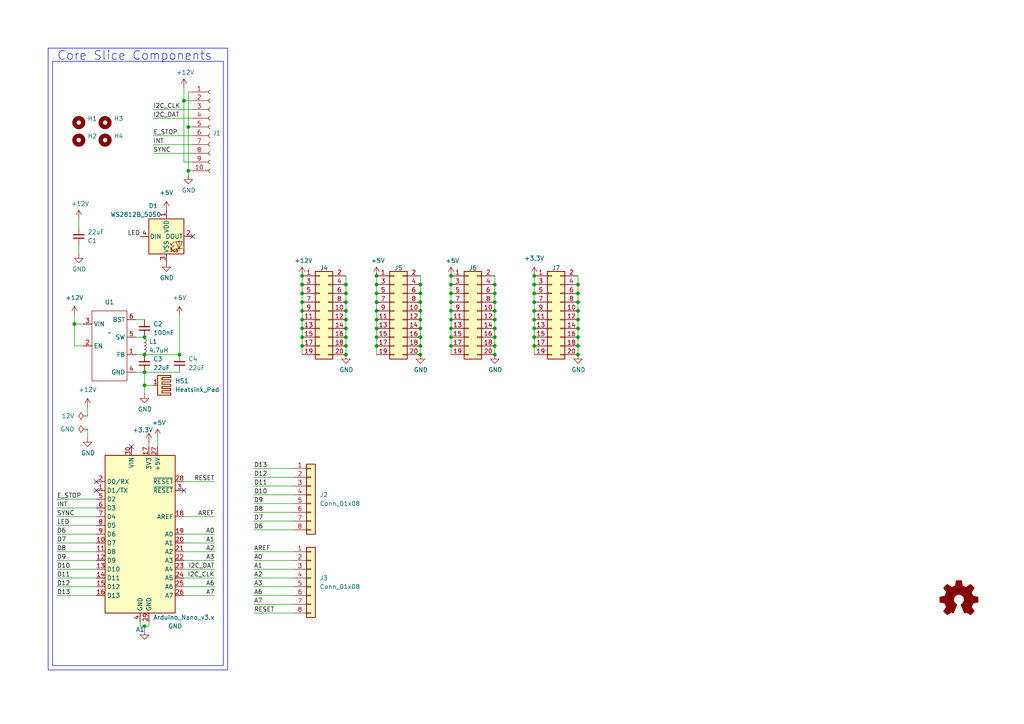
<source format=kicad_sch>
(kicad_sch (version 20250114) (generator "eeschema") (generator_version "9.0")
  (paper "A4")
  (lib_symbols
    (symbol "Connector:Conn_01x10_Female" (pin_names (offset 1.016) (hide yes))
      (property "Reference" "J" (at 0 12.7 0))
      (property "Value" "Conn_01x10_Female" (at 0 -15.24 0))
      (symbol "Conn_01x10_Female_1_1"
        (polyline (pts (xy -1.27 10.16) (xy -0.508 10.16)) (stroke (width 0.1524)))
        (polyline (pts (xy -1.27 7.62) (xy -0.508 7.62)) (stroke (width 0.1524)))
        (polyline (pts (xy -1.27 5.08) (xy -0.508 5.08)) (stroke (width 0.1524)))
        (polyline (pts (xy -1.27 2.54) (xy -0.508 2.54)) (stroke (width 0.1524)))
        (polyline (pts (xy -1.27 0) (xy -0.508 0)) (stroke (width 0.1524)))
        (polyline (pts (xy -1.27 -2.54) (xy -0.508 -2.54)) (stroke (width 0.1524)))
        (polyline (pts (xy -1.27 -5.08) (xy -0.508 -5.08)) (stroke (width 0.1524)))
        (polyline (pts (xy -1.27 -7.62) (xy -0.508 -7.62)) (stroke (width 0.1524)))
        (polyline (pts (xy -1.27 -10.16) (xy -0.508 -10.16)) (stroke (width 0.1524)))
        (polyline (pts (xy -1.27 -12.7) (xy -0.508 -12.7)) (stroke (width 0.1524)))
        (arc (start 0 9.652) (mid -0.5058 10.16) (end 0 10.668) (stroke (width 0.1524)))
        (arc (start 0 7.112) (mid -0.5058 7.62) (end 0 8.128) (stroke (width 0.1524)))
        (arc (start 0 4.572) (mid -0.5058 5.08) (end 0 5.588) (stroke (width 0.1524)))
        (arc (start 0 2.032) (mid -0.5058 2.54) (end 0 3.048) (stroke (width 0.1524)))
        (arc (start 0 -0.508) (mid -0.5058 0) (end 0 0.508) (stroke (width 0.1524)))
        (arc (start 0 -3.048) (mid -0.5058 -2.54) (end 0 -2.032) (stroke (width 0.1524)))
        (arc (start 0 -5.588) (mid -0.5058 -5.08) (end 0 -4.572) (stroke (width 0.1524)))
        (arc (start 0 -8.128) (mid -0.5058 -7.62) (end 0 -7.112) (stroke (width 0.1524)))
        (arc (start 0 -10.668) (mid -0.5058 -10.16) (end 0 -9.652) (stroke (width 0.1524)))
        (arc (start 0 -13.208) (mid -0.5058 -12.7) (end 0 -12.192) (stroke (width 0.1524)))
        (pin passive line (at -5.08 10.16 0) (length 3.81) (name "Pin_1") (number "1"))
        (pin passive line (at -5.08 7.62 0) (length 3.81) (name "Pin_2") (number "2"))
        (pin passive line (at -5.08 5.08 0) (length 3.81) (name "Pin_3") (number "3"))
        (pin passive line (at -5.08 2.54 0) (length 3.81) (name "Pin_4") (number "4"))
        (pin passive line (at -5.08 0 0) (length 3.81) (name "Pin_5") (number "5"))
        (pin passive line (at -5.08 -2.54 0) (length 3.81) (name "Pin_6") (number "6"))
        (pin passive line (at -5.08 -5.08 0) (length 3.81) (name "Pin_7") (number "7"))
        (pin passive line (at -5.08 -7.62 0) (length 3.81) (name "Pin_8") (number "8"))
        (pin passive line (at -5.08 -10.16 0) (length 3.81) (name "Pin_9") (number "9"))
        (pin passive line (at -5.08 -12.7 0) (length 3.81) (name "Pin_10") (number "10"))
      )
    )
    (symbol "Connector_Generic:Conn_01x08" (pin_names (offset 1.016) (hide yes))
      (property "Reference" "J" (at 0 10.16 0))
      (property "Value" "Conn_01x08" (at 0 -12.7 0))
      (symbol "Conn_01x08_1_1"
        (rectangle (start -1.27 8.89) (end 1.27 -11.43) (stroke (width 0.254)) (fill (type background)))
        (rectangle (start -1.27 7.747) (end 0 7.493) (stroke (width 0.1524)))
        (rectangle (start -1.27 5.207) (end 0 4.953) (stroke (width 0.1524)))
        (rectangle (start -1.27 2.667) (end 0 2.413) (stroke (width 0.1524)))
        (rectangle (start -1.27 0.127) (end 0 -0.127) (stroke (width 0.1524)))
        (rectangle (start -1.27 -2.413) (end 0 -2.667) (stroke (width 0.1524)))
        (rectangle (start -1.27 -4.953) (end 0 -5.207) (stroke (width 0.1524)))
        (rectangle (start -1.27 -7.493) (end 0 -7.747) (stroke (width 0.1524)))
        (rectangle (start -1.27 -10.033) (end 0 -10.287) (stroke (width 0.1524)))
        (pin passive line (at -5.08 7.62 0) (length 3.81) (name "Pin_1") (number "1"))
        (pin passive line (at -5.08 5.08 0) (length 3.81) (name "Pin_2") (number "2"))
        (pin passive line (at -5.08 2.54 0) (length 3.81) (name "Pin_3") (number "3"))
        (pin passive line (at -5.08 0 0) (length 3.81) (name "Pin_4") (number "4"))
        (pin passive line (at -5.08 -2.54 0) (length 3.81) (name "Pin_5") (number "5"))
        (pin passive line (at -5.08 -5.08 0) (length 3.81) (name "Pin_6") (number "6"))
        (pin passive line (at -5.08 -7.62 0) (length 3.81) (name "Pin_7") (number "7"))
        (pin passive line (at -5.08 -10.16 0) (length 3.81) (name "Pin_8") (number "8"))
      )
    )
    (symbol "Connector_Generic:Conn_02x10_Odd_Even" (pin_names (offset 1.016) (hide yes))
      (property "Reference" "J" (at 1.27 12.7 0))
      (property "Value" "Conn_02x10_Odd_Even" (at 1.27 -15.24 0))
      (symbol "Conn_02x10_Odd_Even_1_1"
        (rectangle (start -1.27 11.43) (end 3.81 -13.97) (stroke (width 0.254)) (fill (type background)))
        (rectangle (start -1.27 10.287) (end 0 10.033) (stroke (width 0.1524)))
        (rectangle (start -1.27 7.747) (end 0 7.493) (stroke (width 0.1524)))
        (rectangle (start -1.27 5.207) (end 0 4.953) (stroke (width 0.1524)))
        (rectangle (start -1.27 2.667) (end 0 2.413) (stroke (width 0.1524)))
        (rectangle (start -1.27 0.127) (end 0 -0.127) (stroke (width 0.1524)))
        (rectangle (start -1.27 -2.413) (end 0 -2.667) (stroke (width 0.1524)))
        (rectangle (start -1.27 -4.953) (end 0 -5.207) (stroke (width 0.1524)))
        (rectangle (start -1.27 -7.493) (end 0 -7.747) (stroke (width 0.1524)))
        (rectangle (start -1.27 -10.033) (end 0 -10.287) (stroke (width 0.1524)))
        (rectangle (start -1.27 -12.573) (end 0 -12.827) (stroke (width 0.1524)))
        (rectangle (start 3.81 10.287) (end 2.54 10.033) (stroke (width 0.1524)))
        (rectangle (start 3.81 7.747) (end 2.54 7.493) (stroke (width 0.1524)))
        (rectangle (start 3.81 5.207) (end 2.54 4.953) (stroke (width 0.1524)))
        (rectangle (start 3.81 2.667) (end 2.54 2.413) (stroke (width 0.1524)))
        (rectangle (start 3.81 0.127) (end 2.54 -0.127) (stroke (width 0.1524)))
        (rectangle (start 3.81 -2.413) (end 2.54 -2.667) (stroke (width 0.1524)))
        (rectangle (start 3.81 -4.953) (end 2.54 -5.207) (stroke (width 0.1524)))
        (rectangle (start 3.81 -7.493) (end 2.54 -7.747) (stroke (width 0.1524)))
        (rectangle (start 3.81 -10.033) (end 2.54 -10.287) (stroke (width 0.1524)))
        (rectangle (start 3.81 -12.573) (end 2.54 -12.827) (stroke (width 0.1524)))
        (pin passive line (at -5.08 10.16 0) (length 3.81) (name "Pin_1") (number "1"))
        (pin passive line (at -5.08 7.62 0) (length 3.81) (name "Pin_3") (number "3"))
        (pin passive line (at -5.08 5.08 0) (length 3.81) (name "Pin_5") (number "5"))
        (pin passive line (at -5.08 2.54 0) (length 3.81) (name "Pin_7") (number "7"))
        (pin passive line (at -5.08 0 0) (length 3.81) (name "Pin_9") (number "9"))
        (pin passive line (at -5.08 -2.54 0) (length 3.81) (name "Pin_11") (number "11"))
        (pin passive line (at -5.08 -5.08 0) (length 3.81) (name "Pin_13") (number "13"))
        (pin passive line (at -5.08 -7.62 0) (length 3.81) (name "Pin_15") (number "15"))
        (pin passive line (at -5.08 -10.16 0) (length 3.81) (name "Pin_17") (number "17"))
        (pin passive line (at -5.08 -12.7 0) (length 3.81) (name "Pin_19") (number "19"))
        (pin passive line (at 7.62 10.16 180) (length 3.81) (name "Pin_2") (number "2"))
        (pin passive line (at 7.62 7.62 180) (length 3.81) (name "Pin_4") (number "4"))
        (pin passive line (at 7.62 5.08 180) (length 3.81) (name "Pin_6") (number "6"))
        (pin passive line (at 7.62 2.54 180) (length 3.81) (name "Pin_8") (number "8"))
        (pin passive line (at 7.62 0 180) (length 3.81) (name "Pin_10") (number "10"))
        (pin passive line (at 7.62 -2.54 180) (length 3.81) (name "Pin_12") (number "12"))
        (pin passive line (at 7.62 -5.08 180) (length 3.81) (name "Pin_14") (number "14"))
        (pin passive line (at 7.62 -7.62 180) (length 3.81) (name "Pin_16") (number "16"))
        (pin passive line (at 7.62 -10.16 180) (length 3.81) (name "Pin_18") (number "18"))
        (pin passive line (at 7.62 -12.7 180) (length 3.81) (name "Pin_20") (number "20"))
      )
    )
    (symbol "Device:C_Small" (pin_numbers (hide yes)) (pin_names (offset 0.254) (hide yes))
      (property "Reference" "C" (at 0.254 1.778 0))
      (property "Value" "C_Small" (at 0.254 -2.032 0))
      (symbol "C_Small_0_1"
        (polyline (pts (xy -1.524 0.508) (xy 1.524 0.508)) (stroke (width 0.3048)))
        (polyline (pts (xy -1.524 -0.508) (xy 1.524 -0.508)) (stroke (width 0.3302)))
      )
      (symbol "C_Small_1_1"
        (pin passive line (at 0 2.54 270) (length 2.032) (name "~") (number "1"))
        (pin passive line (at 0 -2.54 90) (length 2.032) (name "~") (number "2"))
      )
    )
    (symbol "Device:L_Small" (pin_numbers (hide yes)) (pin_names (offset 0.254) (hide yes))
      (property "Reference" "L" (at 0.762 1.016 0))
      (property "Value" "L_Small" (at 0.762 -1.016 0))
      (symbol "L_Small_0_1"
        (arc (start 0 2.032) (mid 0.5058 1.524) (end 0 1.016))
        (arc (start 0 1.016) (mid 0.5058 0.508) (end 0 0))
        (arc (start 0 0) (mid 0.5058 -0.508) (end 0 -1.016))
        (arc (start 0 -1.016) (mid 0.5058 -1.524) (end 0 -2.032))
      )
      (symbol "L_Small_1_1"
        (pin passive line (at 0 2.54 270) (length 0.508) (name "~") (number "1"))
        (pin passive line (at 0 -2.54 90) (length 0.508) (name "~") (number "2"))
      )
    )
    (symbol "Graphic:Logo_Open_Hardware_Small" (in_bom no) (on_board no)
      (symbol "Logo_Open_Hardware_Small_0_1"
        (polyline (pts (xy 3.3528 -4.3434) (xy 3.302 -4.318) (xy 3.175 -4.2418) (xy 2.9972 -4.1148) (xy 2.7686 -3.9624) (xy 2.54 -3.81) (xy 2.3622 -3.7084) (xy 2.2352 -3.6068) (xy 2.1844 -3.5814) (xy 2.159 -3.6068) (xy 2.0574 -3.6576) (xy 1.905 -3.7338) (xy 1.8034 -3.7846) (xy 1.6764 -3.8354) (xy 1.6002 -3.8354) (xy 1.6002 -3.8354) (xy 1.5494 -3.7338) (xy 1.4732 -3.5306) (xy 1.3462 -3.302) (xy 1.2446 -3.0226) (xy 1.1176 -2.7178) (xy 0.9652 -2.413) (xy 0.8636 -2.1082) (xy 0.7366 -1.8288) (xy 0.6604 -1.6256) (xy 0.6096 -1.4732) (xy 0.5842 -1.397) (xy 0.5842 -1.397) (xy 0.6604 -1.3208) (xy 0.7874 -1.2446) (xy 1.0414 -1.016) (xy 1.2954 -0.6858) (xy 1.4478 -0.3302) (xy 1.524 0.0762) (xy 1.4732 0.4572) (xy 1.3208 0.8128) (xy 1.0668 1.143) (xy 0.762 1.3716) (xy 0.4064 1.524) (xy 0 1.5748) (xy -0.381 1.5494) (xy -0.7366 1.397) (xy -1.0668 1.143) (xy -1.2192 0.9906) (xy -1.397 0.6604) (xy -1.524 0.3048) (xy -1.524 0.2286) (xy -1.4986 -0.1778) (xy -1.397 -0.5334) (xy -1.1938 -0.8636) (xy -0.9144 -1.143) (xy -0.8636 -1.1684) (xy -0.7366 -1.27) (xy -0.635 -1.3462) (xy -0.5842 -1.397) (xy -1.0668 -2.5908) (xy -1.143 -2.794) (xy -1.2954 -3.1242) (xy -1.397 -3.4036) (xy -1.4986 -3.6322) (xy -1.5748 -3.7846) (xy -1.6002 -3.8354) (xy -1.6002 -3.8354) (xy -1.651 -3.8354) (xy -1.7272 -3.81) (xy -1.905 -3.7338) (xy -2.0066 -3.683) (xy -2.1336 -3.6068) (xy -2.2098 -3.5814) (xy -2.2606 -3.6068) (xy -2.3622 -3.683) (xy -2.54 -3.81) (xy -2.7686 -3.9624) (xy -2.9718 -4.0894) (xy -3.1496 -4.2164) (xy -3.302 -4.318) (xy -3.3528 -4.3434) (xy -3.3782 -4.3434) (xy -3.429 -4.318) (xy -3.5306 -4.2164) (xy -3.7084 -4.064) (xy -3.937 -3.8354) (xy -3.9624 -3.81) (xy -4.1656 -3.6068) (xy -4.318 -3.4544) (xy -4.4196 -3.3274) (xy -4.445 -3.2766) (xy -4.445 -3.2766) (xy -4.4196 -3.2258) (xy -4.318 -3.0734) (xy -4.2164 -2.8956) (xy -4.064 -2.667) (xy -3.6576 -2.0828) (xy -3.8862 -1.5494) (xy -3.937 -1.3716) (xy -4.0386 -1.1684) (xy -4.0894 -1.0414) (xy -4.1148 -0.9652) (xy -4.191 -0.9398) (xy -4.318 -0.9144) (xy -4.5466 -0.8636) (xy -4.8006 -0.8128) (xy -5.0546 -0.7874) (xy -5.2578 -0.7366) (xy -5.4356 -0.7112) (xy -5.5118 -0.6858) (xy -5.5118 -0.6858) (xy -5.5372 -0.635) (xy -5.5372 -0.5588) (xy -5.5372 -0.4318) (xy -5.5626 -0.2286) (xy -5.5626 0.0762) (xy -5.5626 0.127) (xy -5.5372 0.4064) (xy -5.5372 0.635) (xy -5.5372 0.762) (xy -5.5372 0.8382) (xy -5.5372 0.8382) (xy -5.461 0.8382) (xy -5.3086 0.889) (xy -5.08 0.9144) (xy -4.826 0.9652) (xy -4.8006 0.9906) (xy -4.5466 1.0414) (xy -4.318 1.0668) (xy -4.1656 1.1176) (xy -4.0894 1.143) (xy -4.0894 1.143) (xy -4.0386 1.2446) (xy -3.9624 1.4224) (xy -3.8608 1.6256) (xy -3.7846 1.8288) (xy -3.7084 2.0066) (xy -3.6576 2.159) (xy -3.6322 2.2098) (xy -3.6322 2.2098) (xy -3.683 2.286) (xy -3.7592 2.413) (xy -3.8862 2.5908) (xy -4.064 2.8194) (xy -4.064 2.8448) (xy -4.2164 3.0734) (xy -4.3434 3.2512) (xy -4.4196 3.3782) (xy -4.445 3.4544) (xy -4.445 3.4544) (xy -4.3942 3.5052) (xy -4.2926 3.6322) (xy -4.1148 3.81) (xy -3.937 4.0132) (xy -3.8608 4.064) (xy -3.6576 4.2926) (xy -3.5052 4.4196) (xy -3.4036 4.4958) (xy -3.3528 4.5212) (xy -3.3528 4.5212) (xy -3.302 4.4704) (xy -3.1496 4.3688) (xy -2.9718 4.2418) (xy -2.7432 4.0894) (xy -2.7178 4.0894) (xy -2.4892 3.937) (xy -2.3114 3.81) (xy -2.1844 3.7084) (xy -2.1336 3.683) (xy -2.1082 3.683) (xy -2.032 3.7084) (xy -1.8542 3.7592) (xy -1.6764 3.8354) (xy -1.4732 3.937) (xy -1.27 4.0132) (xy -1.143 4.064) (xy -1.0668 4.1148) (xy -1.0668 4.1148) (xy -1.0414 4.191) (xy -1.016 4.3434) (xy -0.9652 4.572) (xy -0.9144 4.8514) (xy -0.889 4.9022) (xy -0.8382 5.1562) (xy -0.8128 5.3848) (xy -0.7874 5.5372) (xy -0.762 5.588) (xy -0.7112 5.6134) (xy -0.5842 5.6134) (xy -0.4064 5.6134) (xy -0.1524 5.6134) (xy 0.0762 5.6134) (xy 0.3302 5.6134) (xy 0.5334 5.6134) (xy 0.6858 5.588) (xy 0.7366 5.588) (xy 0.7366 5.588) (xy 0.762 5.5118) (xy 0.8128 5.334) (xy 0.8382 5.1054) (xy 0.9144 4.826) (xy 0.9144 4.7752) (xy 0.9652 4.5212) (xy 1.016 4.2926) (xy 1.0414 4.1402) (xy 1.0668 4.0894) (xy 1.0668 4.0894) (xy 1.1938 4.0386) (xy 1.3716 3.9624) (xy 1.5748 3.8608) (xy 2.0828 3.6576) (xy 2.7178 4.0894) (xy 2.7686 4.1402) (xy 2.9972 4.2926) (xy 3.175 4.4196) (xy 3.302 4.4958) (xy 3.3782 4.5212) (xy 3.3782 4.5212) (xy 3.429 4.4704) (xy 3.556 4.3434) (xy 3.7338 4.191) (xy 3.9116 3.9878) (xy 4.064 3.8354) (xy 4.2418 3.6576) (xy 4.3434 3.556) (xy 4.4196 3.4798) (xy 4.4196 3.429) (xy 4.4196 3.4036) (xy 4.3942 3.3274) (xy 4.2926 3.2004) (xy 4.1656 2.9972) (xy 4.0132 2.794) (xy 3.8862 2.5908) (xy 3.7592 2.3876) (xy 3.6576 2.2352) (xy 3.6322 2.159) (xy 3.6322 2.1336) (xy 3.683 2.0066) (xy 3.7592 1.8288) (xy 3.8608 1.6002) (xy 4.064 1.1176) (xy 4.3942 1.0414) (xy 4.5974 1.016) (xy 4.8768 0.9652) (xy 5.1308 0.9144) (xy 5.5372 0.8382) (xy 5.5626 -0.6604) (xy 5.4864 -0.6858) (xy 5.4356 -0.6858) (xy 5.2832 -0.7366) (xy 5.0546 -0.762) (xy 4.8006 -0.8128) (xy 4.5974 -0.8636) (xy 4.3688 -0.9144) (xy 4.2164 -0.9398) (xy 4.1402 -0.9398) (xy 4.1148 -0.9652) (xy 4.064 -1.0668) (xy 3.9878 -1.2446) (xy 3.9116 -1.4478) (xy 3.81 -1.651) (xy 3.7338 -1.8542) (xy 3.683 -2.0066) (xy 3.6576 -2.0828) (xy 3.683 -2.1336) (xy 3.7846 -2.2606) (xy 3.8862 -2.4638) (xy 4.0386 -2.667) (xy 4.191 -2.8956) (xy 4.318 -3.0734) (xy 4.3942 -3.2004) (xy 4.445 -3.2766) (xy 4.4196 -3.3274) (xy 4.3434 -3.429) (xy 4.1656 -3.5814) (xy 3.937 -3.8354) (xy 3.8862 -3.8608) (xy 3.683 -4.064) (xy 3.5306 -4.2164) (xy 3.4036 -4.318) (xy 3.3528 -4.3434)) (fill (type outline)))
      )
    )
    (symbol "MCU_Module:Arduino_Nano_v3.x"
      (property "Reference" "A" (at -10.16 23.495 0))
      (property "Value" "Arduino_Nano_v3.x" (at 5.08 -24.13 0))
      (symbol "Arduino_Nano_v3.x_0_1"
        (rectangle (start -10.16 22.86) (end 10.16 -22.86) (stroke (width 0.254)) (fill (type background)))
      )
      (symbol "Arduino_Nano_v3.x_1_1"
        (pin bidirectional line (at -12.7 15.24 0) (length 2.54) (name "D0/RX") (number "2"))
        (pin bidirectional line (at -12.7 12.7 0) (length 2.54) (name "D1/TX") (number "1"))
        (pin bidirectional line (at -12.7 10.16 0) (length 2.54) (name "D2") (number "5"))
        (pin bidirectional line (at -12.7 7.62 0) (length 2.54) (name "D3") (number "6"))
        (pin bidirectional line (at -12.7 5.08 0) (length 2.54) (name "D4") (number "7"))
        (pin bidirectional line (at -12.7 2.54 0) (length 2.54) (name "D5") (number "8"))
        (pin bidirectional line (at -12.7 0 0) (length 2.54) (name "D6") (number "9"))
        (pin bidirectional line (at -12.7 -2.54 0) (length 2.54) (name "D7") (number "10"))
        (pin bidirectional line (at -12.7 -5.08 0) (length 2.54) (name "D8") (number "11"))
        (pin bidirectional line (at -12.7 -7.62 0) (length 2.54) (name "D9") (number "12"))
        (pin bidirectional line (at -12.7 -10.16 0) (length 2.54) (name "D10") (number "13"))
        (pin bidirectional line (at -12.7 -12.7 0) (length 2.54) (name "D11") (number "14"))
        (pin bidirectional line (at -12.7 -15.24 0) (length 2.54) (name "D12") (number "15"))
        (pin bidirectional line (at -12.7 -17.78 0) (length 2.54) (name "D13") (number "16"))
        (pin power_in line (at -2.54 25.4 270) (length 2.54) (name "VIN") (number "30"))
        (pin power_in line (at 0 -25.4 90) (length 2.54) (name "GND") (number "4"))
        (pin power_out line (at 2.54 25.4 270) (length 2.54) (name "3V3") (number "17"))
        (pin power_in line (at 2.54 -25.4 90) (length 2.54) (name "GND") (number "29"))
        (pin power_out line (at 5.08 25.4 270) (length 2.54) (name "+5V") (number "27"))
        (pin input line (at 12.7 15.24 180) (length 2.54) (name "~{RESET}") (number "28"))
        (pin input line (at 12.7 12.7 180) (length 2.54) (name "~{RESET}") (number "3"))
        (pin input line (at 12.7 5.08 180) (length 2.54) (name "AREF") (number "18"))
        (pin bidirectional line (at 12.7 0 180) (length 2.54) (name "A0") (number "19"))
        (pin bidirectional line (at 12.7 -2.54 180) (length 2.54) (name "A1") (number "20"))
        (pin bidirectional line (at 12.7 -5.08 180) (length 2.54) (name "A2") (number "21"))
        (pin bidirectional line (at 12.7 -7.62 180) (length 2.54) (name "A3") (number "22"))
        (pin bidirectional line (at 12.7 -10.16 180) (length 2.54) (name "A4") (number "23"))
        (pin bidirectional line (at 12.7 -12.7 180) (length 2.54) (name "A5") (number "24"))
        (pin bidirectional line (at 12.7 -15.24 180) (length 2.54) (name "A6") (number "25"))
        (pin bidirectional line (at 12.7 -17.78 180) (length 2.54) (name "A7") (number "26"))
      )
    )
    (symbol "Mechanical:Heatsink_Pad" (pin_names (offset 0))
      (property "Reference" "HS" (at 0 5.715 0))
      (property "Value" "Heatsink_Pad" (at 0 3.81 0))
      (symbol "Heatsink_Pad_0_1"
        (polyline (pts (xy -0.3302 0) (xy -0.9652 0) (xy -0.9652 2.54) (xy -1.6002 2.54) (xy -1.6002 0) (xy -2.2352 0) (xy -2.2352 2.54) (xy -2.8702 2.54) (xy -2.8702 -1.27) (xy -0.9652 -1.27)) (stroke (width 0.254)) (fill (type background)))
        (polyline (pts (xy -0.3302 0) (xy -0.3302 2.54) (xy 0.3048 2.54) (xy 0.3048 0) (xy 0.9398 0) (xy 0.9398 2.54) (xy 1.5748 2.54) (xy 1.5748 0) (xy 2.2098 0) (xy 2.2098 2.54) (xy 2.8448 2.54) (xy 2.8448 -1.27) (xy -0.9652 -1.27)) (stroke (width 0.254)) (fill (type background)))
      )
      (symbol "Heatsink_Pad_1_1"
        (pin passive line (at 0 -2.54 90) (length 1.27) (name "~") (number "1"))
      )
    )
    (symbol "Mechanical:MountingHole" (pin_names (offset 1.016))
      (property "Reference" "H" (at 0 5.08 0))
      (property "Value" "MountingHole" (at 0 3.175 0))
      (symbol "MountingHole_0_1"
        (circle (center 0 0) (radius 1.27) (stroke (width 1.27)))
      )
    )
    (symbol "SparkFun-DiscreteSemi:AP63205"
      (property "Reference" "U" (at 0 7.62 0))
      (symbol "AP63205_0_1"
        (rectangle (start -5.08 6.35) (end 5.08 -13.97))
      )
      (symbol "AP63205_1_1"
        (pin input line (at -7.62 2.54 0) (length 2.54) (name "VIN") (number "3"))
        (pin input line (at -7.62 -3.81 0) (length 2.54) (name "EN") (number "2"))
        (pin input line (at 7.62 3.81 180) (length 2.54) (name "BST") (number "6"))
        (pin input line (at 7.62 -1.27 180) (length 2.54) (name "SW") (number "5"))
        (pin input line (at 7.62 -6.35 180) (length 2.54) (name "FB") (number "1"))
        (pin input line (at 7.62 -11.43 180) (length 2.54) (name "GND") (number "4"))
      )
    )
    (symbol "SparkFun-LED:WS2812B_5050" (pin_names (offset 0.254))
      (property "Reference" "D" (at 5.08 5.715 0))
      (property "Value" "WS2812B_5050" (at 1.27 -5.715 0))
      (symbol "WS2812B_5050_0_0"
        (text "RGB" (at 2.286 -4.191 0) (effects (font (size 0.762 0.762))))
      )
      (symbol "WS2812B_5050_0_1"
        (polyline (pts (xy 1.27 -2.54) (xy 1.778 -2.54)))
        (polyline (pts (xy 1.27 -3.556) (xy 1.778 -3.556)))
        (polyline (pts (xy 2.286 -1.524) (xy 1.27 -2.54) (xy 1.27 -2.032)))
        (polyline (pts (xy 2.286 -2.54) (xy 1.27 -3.556) (xy 1.27 -3.048)))
        (polyline (pts (xy 3.683 -1.016) (xy 3.683 -3.556) (xy 3.683 -4.064)))
        (polyline (pts (xy 4.699 -1.524) (xy 2.667 -1.524) (xy 3.683 -3.556) (xy 4.699 -1.524)))
        (polyline (pts (xy 4.699 -3.556) (xy 2.667 -3.556)))
        (rectangle (start 5.08 5.08) (end -5.08 -5.08) (stroke (width 0.254)) (fill (type background)))
      )
      (symbol "WS2812B_5050_1_1"
        (pin input line (at -7.62 0 0) (length 2.54) (name "DIN") (number "4"))
        (pin power_in line (at 0 7.62 270) (length 2.54) (name "VDD") (number "1"))
        (pin power_in line (at 0 -7.62 90) (length 2.54) (name "VSS") (number "3"))
        (pin output line (at 7.62 0 180) (length 2.54) (name "DOUT") (number "2"))
      )
    )
    (symbol "power:+12V" (power) (pin_names (offset 0))
      (property "Value" "+12V" (at 0 3.556 0))
      (symbol "+12V_0_1"
        (polyline (pts (xy -0.762 1.27) (xy 0 2.54)))
        (polyline (pts (xy 0 2.54) (xy 0.762 1.27)))
        (polyline (pts (xy 0 0) (xy 0 2.54)))
      )
      (symbol "+12V_1_1"
        (pin power_in line (at 0 0 90) (length 0) (hide yes) (name "+12V") (number "1"))
      )
    )
    (symbol "power:+3.3V" (power) (pin_numbers (hide yes)) (pin_names (offset 0) (hide yes))
      (property "Value" "+3.3V" (at 0 3.556 0))
      (symbol "+3.3V_0_1"
        (polyline (pts (xy -0.762 1.27) (xy 0 2.54)))
        (polyline (pts (xy 0 2.54) (xy 0.762 1.27)))
        (polyline (pts (xy 0 0) (xy 0 2.54)))
      )
      (symbol "+3.3V_1_1"
        (pin power_in line (at 0 0 90) (length 0) (name "~") (number "1"))
      )
    )
    (symbol "power:+5V" (power) (pin_names (offset 0))
      (property "Value" "+5V" (at 0 3.556 0))
      (symbol "+5V_0_1"
        (polyline (pts (xy -0.762 1.27) (xy 0 2.54)))
        (polyline (pts (xy 0 2.54) (xy 0.762 1.27)))
        (polyline (pts (xy 0 0) (xy 0 2.54)))
      )
      (symbol "+5V_1_1"
        (pin power_in line (at 0 0 90) (length 0) (hide yes) (name "+5V") (number "1"))
      )
    )
    (symbol "power:GND" (power) (pin_names (offset 0))
      (property "Value" "GND" (at 0 -3.81 0))
      (symbol "GND_0_1"
        (polyline (pts (xy 0 0) (xy 0 -1.27) (xy 1.27 -1.27) (xy 0 -2.54) (xy -1.27 -1.27) (xy 0 -1.27)))
      )
      (symbol "GND_1_1"
        (pin power_in line (at 0 0 270) (length 0) (hide yes) (name "GND") (number "1"))
      )
    )
    (symbol "power:PWR_FLAG" (power) (pin_numbers (hide yes)) (pin_names (offset 0) (hide yes))
      (property "Value" "PWR_FLAG" (at 0 3.81 0))
      (symbol "PWR_FLAG_0_0"
        (pin power_out line (at 0 0 90) (length 0) (name "~") (number "1"))
      )
      (symbol "PWR_FLAG_0_1"
        (polyline (pts (xy 0 0) (xy 0 1.27) (xy -1.016 1.905) (xy 0 2.54) (xy 1.016 1.905) (xy 0 1.27)))
      )
    )
  )
  (text "Core Slice Components" (at 16.51 17.78 0) (effects (font (size 2.54 2.54)) (justify left bottom)))
  (junction (at 167.64 97.79))
  (junction (at 154.94 80.01))
  (junction (at 130.81 90.17))
  (junction (at 121.92 87.63))
  (junction (at 130.81 97.79))
  (junction (at 100.33 90.17))
  (junction (at 100.33 95.25))
  (junction (at 154.94 85.09))
  (junction (at 154.94 95.25))
  (junction (at 143.51 82.55))
  (junction (at 100.33 92.71))
  (junction (at 54.61 49.53))
  (junction (at 130.81 87.63))
  (junction (at 41.91 107.95))
  (junction (at 100.33 87.63))
  (junction (at 143.51 95.25))
  (junction (at 154.94 92.71))
  (junction (at 109.22 97.79))
  (junction (at 100.33 85.09))
  (junction (at 87.63 100.33))
  (junction (at 143.51 90.17))
  (junction (at 87.63 90.17))
  (junction (at 167.64 82.55))
  (junction (at 130.81 92.71))
  (junction (at 130.81 82.55))
  (junction (at 167.64 95.25))
  (junction (at 41.91 111.76))
  (junction (at 109.22 80.01))
  (junction (at 100.33 100.33))
  (junction (at 87.63 92.71))
  (junction (at 130.81 95.25))
  (junction (at 167.64 100.33))
  (junction (at 167.64 90.17))
  (junction (at 41.91 102.87))
  (junction (at 53.34 29.21))
  (junction (at 87.63 95.25))
  (junction (at 109.22 95.25))
  (junction (at 143.51 92.71))
  (junction (at 100.33 102.87))
  (junction (at 41.91 181.61))
  (junction (at 87.63 85.09))
  (junction (at 54.61 36.83))
  (junction (at 121.92 95.25))
  (junction (at 143.51 100.33))
  (junction (at 130.81 85.09))
  (junction (at 121.92 90.17))
  (junction (at 121.92 82.55))
  (junction (at 167.64 85.09))
  (junction (at 121.92 85.09))
  (junction (at 87.63 87.63))
  (junction (at 167.64 87.63))
  (junction (at 109.22 87.63))
  (junction (at 121.92 92.71))
  (junction (at 121.92 100.33))
  (junction (at 154.94 82.55))
  (junction (at 109.22 92.71))
  (junction (at 121.92 102.87))
  (junction (at 52.07 102.87))
  (junction (at 154.94 100.33))
  (junction (at 130.81 80.01))
  (junction (at 109.22 85.09))
  (junction (at 130.81 100.33))
  (junction (at 143.51 97.79))
  (junction (at 109.22 100.33))
  (junction (at 100.33 97.79))
  (junction (at 87.63 82.55))
  (junction (at 143.51 85.09))
  (junction (at 154.94 87.63))
  (junction (at 109.22 90.17))
  (junction (at 87.63 97.79))
  (junction (at 167.64 102.87))
  (junction (at 41.91 97.79))
  (junction (at 100.33 82.55))
  (junction (at 121.92 97.79))
  (junction (at 167.64 92.71))
  (junction (at 109.22 82.55))
  (junction (at 21.59 93.98))
  (junction (at 154.94 97.79))
  (junction (at 143.51 87.63))
  (junction (at 154.94 90.17))
  (junction (at 143.51 102.87))
  (junction (at 87.63 80.01))
  (no_connect (at 27.94 142.24))
  (no_connect (at 27.94 139.7))
  (no_connect (at 38.1 129.54))
  (no_connect (at 53.34 142.24))
  (no_connect (at 55.88 68.58))
  (polyline (pts (xy 66.04 194.31) (xy 66.04 13.97)))
  (wire (pts (xy 87.63 90.17) (xy 87.63 92.71)))
  (wire (pts (xy 87.63 87.63) (xy 87.63 90.17)))
  (wire (pts (xy 87.63 82.55) (xy 87.63 85.09)))
  (wire (pts (xy 43.18 181.61) (xy 43.18 180.34)))
  (wire (pts (xy 167.64 90.17) (xy 167.64 92.71)))
  (wire (pts (xy 121.92 97.79) (xy 121.92 100.33)))
  (wire (pts (xy 73.66 160.02) (xy 85.09 160.02)))
  (wire (pts (xy 154.94 82.55) (xy 154.94 85.09)))
  (wire (pts (xy 130.81 80.01) (xy 130.81 82.55)))
  (wire (pts (xy 73.66 162.56) (xy 85.09 162.56)))
  (wire (pts (xy 130.81 82.55) (xy 130.81 85.09)))
  (polyline (pts (xy 66.04 13.97) (xy 13.97 13.97)))
  (wire (pts (xy 22.86 71.12) (xy 22.86 73.66)))
  (wire (pts (xy 109.22 90.17) (xy 109.22 92.71)))
  (wire (pts (xy 167.64 100.33) (xy 167.64 102.87)))
  (wire (pts (xy 121.92 92.71) (xy 121.92 95.25)))
  (wire (pts (xy 109.22 95.25) (xy 109.22 97.79)))
  (wire (pts (xy 73.66 135.89) (xy 85.09 135.89)))
  (wire (pts (xy 41.91 181.61) (xy 43.18 181.61)))
  (wire (pts (xy 73.66 138.43) (xy 85.09 138.43)))
  (wire (pts (xy 21.59 100.33) (xy 21.59 93.98)))
  (wire (pts (xy 44.45 41.91) (xy 55.88 41.91)))
  (wire (pts (xy 53.34 162.56) (xy 62.23 162.56)))
  (wire (pts (xy 154.94 90.17) (xy 154.94 92.71)))
  (wire (pts (xy 87.63 100.33) (xy 87.63 102.87)))
  (wire (pts (xy 44.45 31.75) (xy 55.88 31.75)))
  (wire (pts (xy 121.92 80.01) (xy 121.92 82.55)))
  (polyline (pts (xy 13.97 13.97) (xy 13.97 194.31)))
  (wire (pts (xy 73.66 167.64) (xy 85.09 167.64)))
  (wire (pts (xy 53.34 29.21) (xy 55.88 29.21)))
  (wire (pts (xy 53.34 170.18) (xy 62.23 170.18)))
  (wire (pts (xy 167.64 87.63) (xy 167.64 90.17)))
  (wire (pts (xy 130.81 95.25) (xy 130.81 97.79)))
  (wire (pts (xy 73.66 177.8) (xy 85.09 177.8)))
  (wire (pts (xy 109.22 85.09) (xy 109.22 87.63)))
  (wire (pts (xy 109.22 92.71) (xy 109.22 95.25)))
  (wire (pts (xy 62.23 139.7) (xy 53.34 139.7)))
  (wire (pts (xy 39.37 92.71) (xy 41.91 92.71)))
  (wire (pts (xy 16.51 162.56) (xy 27.94 162.56)))
  (wire (pts (xy 73.66 148.59) (xy 85.09 148.59)))
  (wire (pts (xy 167.64 92.71) (xy 167.64 95.25)))
  (wire (pts (xy 143.51 100.33) (xy 143.51 102.87)))
  (polyline (pts (xy 13.97 194.31) (xy 66.04 194.31)))
  (wire (pts (xy 167.64 80.01) (xy 167.64 82.55)))
  (wire (pts (xy 53.34 25.4) (xy 53.34 29.21)))
  (wire (pts (xy 121.92 100.33) (xy 121.92 102.87)))
  (wire (pts (xy 154.94 85.09) (xy 154.94 87.63)))
  (wire (pts (xy 100.33 97.79) (xy 100.33 100.33)))
  (wire (pts (xy 44.45 34.29) (xy 55.88 34.29)))
  (wire (pts (xy 143.51 85.09) (xy 143.51 87.63)))
  (wire (pts (xy 54.61 49.53) (xy 54.61 36.83)))
  (wire (pts (xy 143.51 92.71) (xy 143.51 95.25)))
  (wire (pts (xy 130.81 87.63) (xy 130.81 90.17)))
  (wire (pts (xy 55.88 39.37) (xy 44.45 39.37)))
  (polyline (pts (xy 64.77 17.78) (xy 15.24 17.78)))
  (wire (pts (xy 130.81 90.17) (xy 130.81 92.71)))
  (wire (pts (xy 16.51 172.72) (xy 27.94 172.72)))
  (wire (pts (xy 130.81 92.71) (xy 130.81 95.25)))
  (wire (pts (xy 43.18 128.27) (xy 43.18 129.54)))
  (wire (pts (xy 167.64 82.55) (xy 167.64 85.09)))
  (wire (pts (xy 143.51 80.01) (xy 143.51 82.55)))
  (wire (pts (xy 55.88 46.99) (xy 53.34 46.99)))
  (wire (pts (xy 44.45 44.45) (xy 55.88 44.45)))
  (wire (pts (xy 16.51 154.94) (xy 27.94 154.94)))
  (wire (pts (xy 154.94 100.33) (xy 154.94 102.87)))
  (wire (pts (xy 73.66 175.26) (xy 85.09 175.26)))
  (wire (pts (xy 100.33 90.17) (xy 100.33 92.71)))
  (wire (pts (xy 73.66 153.67) (xy 85.09 153.67)))
  (wire (pts (xy 53.34 160.02) (xy 62.23 160.02)))
  (wire (pts (xy 100.33 87.63) (xy 100.33 90.17)))
  (wire (pts (xy 87.63 92.71) (xy 87.63 95.25)))
  (wire (pts (xy 143.51 95.25) (xy 143.51 97.79)))
  (wire (pts (xy 16.51 149.86) (xy 27.94 149.86)))
  (wire (pts (xy 39.37 97.79) (xy 41.91 97.79)))
  (wire (pts (xy 73.66 143.51) (xy 85.09 143.51)))
  (wire (pts (xy 16.51 170.18) (xy 27.94 170.18)))
  (wire (pts (xy 87.63 85.09) (xy 87.63 87.63)))
  (wire (pts (xy 100.33 95.25) (xy 100.33 97.79)))
  (wire (pts (xy 52.07 102.87) (xy 52.07 91.44)))
  (wire (pts (xy 73.66 146.05) (xy 85.09 146.05)))
  (wire (pts (xy 16.51 165.1) (xy 27.94 165.1)))
  (wire (pts (xy 45.72 127) (xy 45.72 129.54)))
  (wire (pts (xy 40.64 180.34) (xy 40.64 181.61)))
  (wire (pts (xy 39.37 107.95) (xy 41.91 107.95)))
  (wire (pts (xy 73.66 165.1) (xy 85.09 165.1)))
  (wire (pts (xy 154.94 97.79) (xy 154.94 100.33)))
  (wire (pts (xy 100.33 82.55) (xy 100.33 85.09)))
  (wire (pts (xy 21.59 100.33) (xy 24.13 100.33)))
  (wire (pts (xy 73.66 151.13) (xy 85.09 151.13)))
  (wire (pts (xy 100.33 92.71) (xy 100.33 95.25)))
  (wire (pts (xy 121.92 82.55) (xy 121.92 85.09)))
  (wire (pts (xy 87.63 80.01) (xy 87.63 82.55)))
  (wire (pts (xy 41.91 107.95) (xy 52.07 107.95)))
  (wire (pts (xy 16.51 160.02) (xy 27.94 160.02)))
  (polyline (pts (xy 64.77 193.04) (xy 64.77 17.78)))
  (wire (pts (xy 25.4 118.11) (xy 25.4 120.65)))
  (wire (pts (xy 54.61 26.67) (xy 55.88 26.67)))
  (wire (pts (xy 22.86 63.5) (xy 22.86 66.04)))
  (wire (pts (xy 44.45 111.76) (xy 41.91 111.76)))
  (wire (pts (xy 121.92 95.25) (xy 121.92 97.79)))
  (wire (pts (xy 87.63 95.25) (xy 87.63 97.79)))
  (wire (pts (xy 73.66 140.97) (xy 85.09 140.97)))
  (wire (pts (xy 100.33 85.09) (xy 100.33 87.63)))
  (wire (pts (xy 121.92 90.17) (xy 121.92 92.71)))
  (wire (pts (xy 87.63 97.79) (xy 87.63 100.33)))
  (polyline (pts (xy 15.24 193.04) (xy 64.77 193.04)))
  (wire (pts (xy 55.88 36.83) (xy 54.61 36.83)))
  (wire (pts (xy 16.51 152.4) (xy 27.94 152.4)))
  (wire (pts (xy 40.64 181.61) (xy 41.91 181.61)))
  (wire (pts (xy 41.91 102.87) (xy 52.07 102.87)))
  (wire (pts (xy 41.91 181.61) (xy 41.91 182.88)))
  (wire (pts (xy 130.81 100.33) (xy 130.81 102.87)))
  (wire (pts (xy 27.94 144.78) (xy 16.51 144.78)))
  (wire (pts (xy 53.34 154.94) (xy 62.23 154.94)))
  (wire (pts (xy 154.94 92.71) (xy 154.94 95.25)))
  (wire (pts (xy 16.51 167.64) (xy 27.94 167.64)))
  (wire (pts (xy 130.81 85.09) (xy 130.81 87.63)))
  (wire (pts (xy 53.34 46.99) (xy 53.34 29.21)))
  (wire (pts (xy 100.33 80.01) (xy 100.33 82.55)))
  (wire (pts (xy 54.61 50.8) (xy 54.61 49.53)))
  (wire (pts (xy 167.64 95.25) (xy 167.64 97.79)))
  (wire (pts (xy 167.64 85.09) (xy 167.64 87.63)))
  (wire (pts (xy 143.51 90.17) (xy 143.51 92.71)))
  (wire (pts (xy 109.22 100.33) (xy 109.22 102.87)))
  (wire (pts (xy 109.22 97.79) (xy 109.22 100.33)))
  (wire (pts (xy 16.51 147.32) (xy 27.94 147.32)))
  (wire (pts (xy 53.34 167.64) (xy 62.23 167.64)))
  (wire (pts (xy 100.33 100.33) (xy 100.33 102.87)))
  (wire (pts (xy 130.81 97.79) (xy 130.81 100.33)))
  (wire (pts (xy 121.92 85.09) (xy 121.92 87.63)))
  (wire (pts (xy 167.64 97.79) (xy 167.64 100.33)))
  (wire (pts (xy 16.51 157.48) (xy 27.94 157.48)))
  (wire (pts (xy 73.66 170.18) (xy 85.09 170.18)))
  (wire (pts (xy 39.37 102.87) (xy 41.91 102.87)))
  (wire (pts (xy 109.22 82.55) (xy 109.22 85.09)))
  (wire (pts (xy 54.61 36.83) (xy 54.61 26.67)))
  (wire (pts (xy 73.66 172.72) (xy 85.09 172.72)))
  (wire (pts (xy 154.94 87.63) (xy 154.94 90.17)))
  (wire (pts (xy 109.22 80.01) (xy 109.22 82.55)))
  (wire (pts (xy 62.23 165.1) (xy 53.34 165.1)))
  (wire (pts (xy 121.92 87.63) (xy 121.92 90.17)))
  (wire (pts (xy 143.51 87.63) (xy 143.51 90.17)))
  (wire (pts (xy 53.34 172.72) (xy 62.23 172.72)))
  (wire (pts (xy 53.34 157.48) (xy 62.23 157.48)))
  (wire (pts (xy 25.4 124.46) (xy 25.4 127)))
  (wire (pts (xy 62.23 149.86) (xy 53.34 149.86)))
  (wire (pts (xy 55.88 49.53) (xy 54.61 49.53)))
  (wire (pts (xy 143.51 97.79) (xy 143.51 100.33)))
  (wire (pts (xy 154.94 80.01) (xy 154.94 82.55)))
  (wire (pts (xy 154.94 95.25) (xy 154.94 97.79)))
  (wire (pts (xy 41.91 111.76) (xy 41.91 107.95)))
  (wire (pts (xy 109.22 87.63) (xy 109.22 90.17)))
  (wire (pts (xy 21.59 93.98) (xy 24.13 93.98)))
  (wire (pts (xy 143.51 82.55) (xy 143.51 85.09)))
  (wire (pts (xy 41.91 114.3) (xy 41.91 111.76)))
  (wire (pts (xy 21.59 91.44) (xy 21.59 93.98)))
  (polyline (pts (xy 15.24 17.78) (xy 15.24 193.04)))
  (label "LED" (at 40.64 68.58 180))
  (label "LED" (at 16.51 152.4 0))
  (label "AREF" (at 62.23 149.86 180))
  (label "AREF" (at 73.66 160.02 0))
  (label "A0" (at 62.23 154.94 180))
  (label "D13" (at 73.66 135.89 0))
  (label "A6" (at 73.66 172.72 0))
  (label "D7" (at 16.51 157.48 0))
  (label "I2C_CLK" (at 44.45 31.75 0))
  (label "RESET" (at 73.66 177.8 0))
  (label "I2C_DAT" (at 44.45 34.29 0))
  (label "D11" (at 16.51 167.64 0))
  (label "A6" (at 62.23 170.18 180))
  (label "E_STOP" (at 16.51 144.78 0))
  (label "E_STOP" (at 44.45 39.37 0))
  (label "D9" (at 73.66 146.05 0))
  (label "D10" (at 16.51 165.1 0))
  (label "A1" (at 73.66 165.1 0))
  (label "INT" (at 16.51 147.32 0))
  (label "A3" (at 73.66 170.18 0))
  (label "D9" (at 16.51 162.56 0))
  (label "D13" (at 16.51 172.72 0))
  (label "D8" (at 16.51 160.02 0))
  (label "SYNC" (at 16.51 149.86 0))
  (label "D7" (at 73.66 151.13 0))
  (label "A3" (at 62.23 162.56 180))
  (label "RESET" (at 62.23 139.7 180))
  (label "A1" (at 62.23 157.48 180))
  (label "D6" (at 16.51 154.94 0))
  (label "D10" (at 73.66 143.51 0))
  (label "SYNC" (at 44.45 44.45 0))
  (label "D11" (at 73.66 140.97 0))
  (label "A2" (at 73.66 167.64 0))
  (label "I2C_DAT" (at 62.23 165.1 180))
  (label "D12" (at 16.51 170.18 0))
  (label "INT" (at 44.45 41.91 0))
  (label "A0" (at 73.66 162.56 0))
  (label "A7" (at 62.23 172.72 180))
  (label "I2C_CLK" (at 62.23 167.64 180))
  (label "A2" (at 62.23 160.02 180))
  (label "D8" (at 73.66 148.59 0))
  (label "D6" (at 73.66 153.67 0))
  (label "D12" (at 73.66 138.43 0))
  (label "A7" (at 73.66 175.26 0))
  (symbol (lib_id "power:GND") (at 41.91 182.88 0) (unit 1)
    (property "Reference" "#PWR07" (effects (hide yes)))
    (property "Value" "GND" (at 50.8 181.61 0))
  )
  (symbol (lib_id "power:+5V") (at 45.72 127 0) (unit 1)
    (property "Reference" "#PWR08" (effects (hide yes)))
    (property "Value" "+5V" (at 46.101 122.6058 0))
  )
  (symbol (lib_id "power:GND") (at 22.86 73.66 0) (unit 1)
    (property "Reference" "#PWR03" (effects (hide yes)))
    (property "Value" "GND" (at 22.987 78.0542 0))
  )
  (symbol (lib_id "Mechanical:MountingHole") (at 22.86 35.56 0) (unit 1)
    (property "Reference" "H1" (at 25.4 34.3916 0) (effects (justify left)))
    (property "Value" "MountingHole" (effects (hide yes)))
    (property "Footprint" "MountingHole:MountingHole_5mm" (effects (hide yes)))
  )
  (symbol (lib_id "Mechanical:MountingHole") (at 22.86 40.64 0) (unit 1)
    (property "Reference" "H2" (at 25.4 39.4716 0) (effects (justify left)))
    (property "Value" "MountingHole" (effects (hide yes)))
    (property "Footprint" "MountingHole:MountingHole_5mm" (effects (hide yes)))
  )
  (symbol (lib_id "Mechanical:MountingHole") (at 30.48 35.56 0) (unit 1)
    (property "Reference" "H3" (at 33.02 34.3916 0) (effects (justify left)))
    (property "Value" "MountingHole" (effects (hide yes)))
    (property "Footprint" "MountingHole:MountingHole_5mm" (effects (hide yes)))
  )
  (symbol (lib_id "Mechanical:MountingHole") (at 30.48 40.64 0) (unit 1)
    (property "Reference" "H4" (at 33.02 39.4716 0) (effects (justify left)))
    (property "Value" "MountingHole" (effects (hide yes)))
    (property "Footprint" "MountingHole:MountingHole_5mm" (effects (hide yes)))
  )
  (symbol (lib_id "MCU_Module:Arduino_Nano_v3.x") (at 40.64 154.94 0) (unit 1)
    (property "Reference" "A1" (at 40.64 182.6006 0))
    (property "Value" "Arduino_Nano_v3.x" (at 53.34 179.07 0))
    (property "Footprint" "Module:Arduino_Nano" (effects (hide yes)))
    (property "Datasheet" "http://www.mouser.com/pdfdocs/Gravitech_Arduino_Nano3_0.pdf" (effects (hide yes)))
  )
  (symbol (lib_id "Graphic:Logo_Open_Hardware_Small") (at 278.13 173.99 0) (unit 1) (exclude_from_sim yes)
    (property "Reference" "#SYM1" (effects (hide yes)))
    (property "Value" "Logo_Open_Hardware_Small" (effects (hide yes)))
    (property "Footprint" "Symbol:OSHW-Symbol_6.7x6mm_SilkScreen" (effects (hide yes)))
  )
  (symbol (lib_id "Connector:Conn_01x10_Female") (at 60.96 36.83 0) (unit 1)
    (property "Reference" "J1" (at 61.6712 38.608 0) (effects (justify left)))
    (property "Value" "Conn_01x10_Female" (effects (hide yes)))
    (property "Footprint" "Connector_PinSocket_2.54mm:PinSocket_1x10_P2.54mm_Horizontal" (effects (hide yes)))
  )
  (symbol (lib_id "power:+12V") (at 53.34 25.4 0) (unit 1)
    (property "Reference" "#PWR012" (effects (hide yes)))
    (property "Value" "+12V" (at 53.721 21.0058 0))
  )
  (symbol (lib_id "power:GND") (at 54.61 50.8 0) (unit 1)
    (property "Reference" "#PWR013" (effects (hide yes)))
    (property "Value" "GND" (at 54.737 55.1942 0))
  )
  (symbol (lib_id "power:+12V") (at 22.86 63.5 0) (unit 1)
    (property "Reference" "#PWR02" (effects (hide yes)))
    (property "Value" "+12V" (at 23.241 59.1058 0))
  )
  (symbol (lib_id "power:GND") (at 167.64 102.87 0) (unit 1)
    (property "Reference" "#PWR021" (effects (hide yes)))
    (property "Value" "GND" (at 167.767 107.2642 0))
  )
  (symbol (lib_id "power:GND") (at 25.4 127 0) (unit 1)
    (property "Reference" "#PWR05" (effects (hide yes)))
    (property "Value" "GND" (at 25.527 131.3942 0))
  )
  (symbol (lib_id "power:+12V") (at 87.63 80.01 0) (unit 1)
    (property "Reference" "#PWR014" (effects (hide yes)))
    (property "Value" "+12V" (at 88.011 75.6158 0))
  )
  (symbol (lib_id "power:PWR_FLAG") (at 25.4 124.46 90) (unit 1)
    (property "Reference" "#FLG02" (effects (hide yes)))
    (property "Value" "GND" (at 21.59 124.4599 90) (effects (justify left)))
    (property "Description" "Special symbol for telling ERC where power comes from" (effects (hide yes)))
  )
  (symbol (lib_id "Connector_Generic:Conn_02x10_Odd_Even") (at 160.02 90.17 0) (unit 1)
    (property "Reference" "J7" (at 161.29 77.724 0))
    (property "Value" "Conn_02x10_Odd_Even" (effects (hide yes)))
    (property "Footprint" "Connector_PinHeader_2.54mm:PinHeader_2x10_P2.54mm_Vertical" (effects (hide yes)))
    (property "Description" "Generic connector, double row, 02x10, odd/even pin numbering scheme (row 1 odd numbers, row 2 even numbers), script generated (kicad-library-utils/schlib/autogen/connector/)" (effects (hide yes)))
  )
  (symbol (lib_id "Device:C_Small") (at 41.91 95.25 180) (unit 1)
    (property "Reference" "C2" (at 44.45 93.9736 0) (effects (justify right)))
    (property "Value" "100nF" (at 44.45 96.5136 0) (effects (justify right)))
    (property "Footprint" "Capacitor_SMD:C_1206_3216Metric" (effects (hide yes)))
  )
  (symbol (lib_id "power:+12V") (at 21.59 91.44 0) (unit 1)
    (property "Reference" "#PWR01" (effects (hide yes)))
    (property "Value" "+12V" (at 21.59 86.36 0))
  )
  (symbol (lib_id "power:PWR_FLAG") (at 25.4 120.65 90) (unit 1)
    (property "Reference" "#FLG01" (effects (hide yes)))
    (property "Value" "12V" (at 21.59 120.6499 90) (effects (justify left)))
    (property "Description" "Special symbol for telling ERC where power comes from" (effects (hide yes)))
  )
  (symbol (lib_id "Device:C_Small") (at 41.91 105.41 180) (unit 1)
    (property "Reference" "C3" (at 44.45 104.1336 0) (effects (justify right)))
    (property "Value" "22uF" (at 44.45 106.6736 0) (effects (justify right)))
    (property "Footprint" "Capacitor_SMD:C_1206_3216Metric" (effects (hide yes)))
  )
  (symbol (lib_id "Connector_Generic:Conn_02x10_Odd_Even") (at 92.71 90.17 0) (unit 1)
    (property "Reference" "J4" (at 93.98 77.724 0))
    (property "Value" "Conn_02x10_Odd_Even" (effects (hide yes)))
    (property "Footprint" "Connector_PinHeader_2.54mm:PinHeader_2x10_P2.54mm_Vertical" (effects (hide yes)))
    (property "Description" "Generic connector, double row, 02x10, odd/even pin numbering scheme (row 1 odd numbers, row 2 even numbers), script generated (kicad-library-utils/schlib/autogen/connector/)" (effects (hide yes)))
  )
  (symbol (lib_id "power:+3.3V") (at 154.94 80.01 0) (unit 1)
    (property "Reference" "#PWR020" (effects (hide yes)))
    (property "Value" "+3.3V" (at 154.94 74.93 0))
    (property "Description" "Power symbol creates a global label with name \"+3.3V\"" (effects (hide yes)))
  )
  (symbol (lib_id "SparkFun-DiscreteSemi:AP63205") (at 31.75 96.52 0) (unit 1)
    (property "Reference" "U1" (at 31.75 87.63 0))
    (property "Value" "~" (at 31.75 96.52 0))
    (property "Footprint" "Package_TO_SOT_SMD:TSOT-23-6" (effects (hide yes)))
  )
  (symbol (lib_id "power:GND") (at 143.51 102.87 0) (unit 1)
    (property "Reference" "#PWR019" (effects (hide yes)))
    (property "Value" "GND" (at 143.637 107.2642 0))
  )
  (symbol (lib_id "power:+12V") (at 25.4 118.11 0) (unit 1)
    (property "Reference" "#PWR04" (effects (hide yes)))
    (property "Value" "+12V" (at 25.4 113.03 0))
  )
  (symbol (lib_id "Connector_Generic:Conn_01x08") (at 90.17 143.51 0) (unit 1)
    (property "Reference" "J2" (at 92.71 143.51 0) (effects (justify left)))
    (property "Value" "Conn_01x08" (at 92.71 146.0499 0) (effects (justify left)))
    (property "Footprint" "TerminalBlock_4Ucon:TerminalBlock_4Ucon_1x08_P3.50mm_Horizontal" (effects (hide yes)))
    (property "Description" "Generic connector, single row, 01x08, script generated (kicad-library-utils/schlib/autogen/connector/)" (effects (hide yes)))
  )
  (symbol (lib_id "Connector_Generic:Conn_02x10_Odd_Even") (at 135.89 90.17 0) (unit 1)
    (property "Reference" "J6" (at 137.16 77.724 0))
    (property "Value" "Conn_02x10_Odd_Even" (effects (hide yes)))
    (property "Footprint" "Connector_PinHeader_2.54mm:PinHeader_2x10_P2.54mm_Vertical" (effects (hide yes)))
    (property "Description" "Generic connector, double row, 02x10, odd/even pin numbering scheme (row 1 odd numbers, row 2 even numbers), script generated (kicad-library-utils/schlib/autogen/connector/)" (effects (hide yes)))
  )
  (symbol (lib_id "power:GND") (at 41.91 114.3 0) (unit 1)
    (property "Reference" "#PWR06" (effects (hide yes)))
    (property "Value" "GND" (at 42.037 118.6942 0))
  )
  (symbol (lib_id "Mechanical:Heatsink_Pad") (at 46.99 111.76 270) (unit 1)
    (property "Reference" "HS1" (at 50.8 110.4773 90) (effects (justify left)))
    (property "Value" "Heatsink_Pad" (at 50.8 113.0173 90) (effects (justify left)))
    (property "Footprint" "KML-Custom:Thermal Pad" (effects (hide yes)))
  )
  (symbol (lib_id "power:GND") (at 100.33 102.87 0) (unit 1)
    (property "Reference" "#PWR015" (effects (hide yes)))
    (property "Value" "GND" (at 100.457 107.2642 0))
  )
  (symbol (lib_id "power:+5V") (at 130.81 80.01 0) (unit 1)
    (property "Reference" "#PWR018" (effects (hide yes)))
    (property "Value" "+5V" (at 131.191 75.6158 0))
  )
  (symbol (lib_id "Connector_Generic:Conn_02x10_Odd_Even") (at 114.3 90.17 0) (unit 1)
    (property "Reference" "J5" (at 115.57 77.724 0))
    (property "Value" "Conn_02x10_Odd_Even" (effects (hide yes)))
    (property "Footprint" "Connector_PinHeader_2.54mm:PinHeader_2x10_P2.54mm_Vertical" (effects (hide yes)))
    (property "Description" "Generic connector, double row, 02x10, odd/even pin numbering scheme (row 1 odd numbers, row 2 even numbers), script generated (kicad-library-utils/schlib/autogen/connector/)" (effects (hide yes)))
  )
  (symbol (lib_id "power:+5V") (at 109.22 80.01 0) (unit 1)
    (property "Reference" "#PWR016" (effects (hide yes)))
    (property "Value" "+5V" (at 109.601 75.6158 0))
  )
  (symbol (lib_id "Device:L_Small") (at 41.91 100.33 0) (unit 1)
    (property "Reference" "L1" (at 43.18 99.06 0) (effects (justify left)))
    (property "Value" "4.7uH" (at 43.18 101.6 0) (effects (justify left)))
    (property "Footprint" "Inductor_SMD:L_1210_3225Metric" (effects (hide yes)))
  )
  (symbol (lib_id "power:GND") (at 121.92 102.87 0) (unit 1)
    (property "Reference" "#PWR017" (effects (hide yes)))
    (property "Value" "GND" (at 122.047 107.2642 0))
  )
  (symbol (lib_id "power:GND") (at 48.26 76.2 0) (unit 1)
    (property "Reference" "#PWR010" (effects (hide yes)))
    (property "Value" "GND" (at 48.387 80.5942 0))
  )
  (symbol (lib_id "power:+5V") (at 52.07 91.44 0) (unit 1)
    (property "Reference" "#PWR011" (effects (hide yes)))
    (property "Value" "+5V" (at 52.07 86.36 0))
  )
  (symbol (lib_id "Device:C_Small") (at 52.07 105.41 180) (unit 1)
    (property "Reference" "C4" (at 54.61 104.1336 0) (effects (justify right)))
    (property "Value" "22uF" (at 54.61 106.6736 0) (effects (justify right)))
    (property "Footprint" "Capacitor_SMD:C_1206_3216Metric" (effects (hide yes)))
  )
  (symbol (lib_id "power:+3.3V") (at 43.18 128.27 0) (unit 1)
    (property "Reference" "#PWR022" (effects (hide yes)))
    (property "Value" "+3.3V" (at 41.402 124.714 0))
    (property "Description" "Power symbol creates a global label with name \"+3.3V\"" (effects (hide yes)))
  )
  (symbol (lib_id "power:+5V") (at 48.26 60.96 0) (unit 1)
    (property "Reference" "#PWR09" (effects (hide yes)))
    (property "Value" "+5V" (at 48.26 55.88 0))
  )
  (symbol (lib_id "SparkFun-LED:WS2812B_5050") (at 48.26 68.58 0) (unit 1)
    (property "Reference" "D1" (at 44.45 59.69 0))
    (property "Value" "WS2812B_5050" (at 39.37 62.23 0))
    (property "Footprint" "SparkFun-LED:WS2812-5050-4PIN" (effects (hide yes)))
    (property "Datasheet" "https://cdn.sparkfun.com/datasheets/BreakoutBoards/WS2812B.pdf" (effects (hide yes)))
  )
  (symbol (lib_id "Device:C_Small") (at 22.86 68.58 0) (mirror x) (unit 1)
    (property "Reference" "C1" (at 25.4 69.8437 0) (effects (justify left)))
    (property "Value" "22uF" (at 25.4 67.3037 0) (effects (justify left)))
    (property "Footprint" "Capacitor_SMD:C_1206_3216Metric" (effects (hide yes)))
  )
  (symbol (lib_id "Connector_Generic:Conn_01x08") (at 90.17 167.64 0) (unit 1)
    (property "Reference" "J3" (at 92.71 167.64 0) (effects (justify left)))
    (property "Value" "Conn_01x08" (at 92.71 170.1799 0) (effects (justify left)))
    (property "Footprint" "TerminalBlock_4Ucon:TerminalBlock_4Ucon_1x08_P3.50mm_Horizontal" (effects (hide yes)))
    (property "Description" "Generic connector, single row, 01x08, script generated (kicad-library-utils/schlib/autogen/connector/)" (effects (hide yes)))
  )
)
</source>
